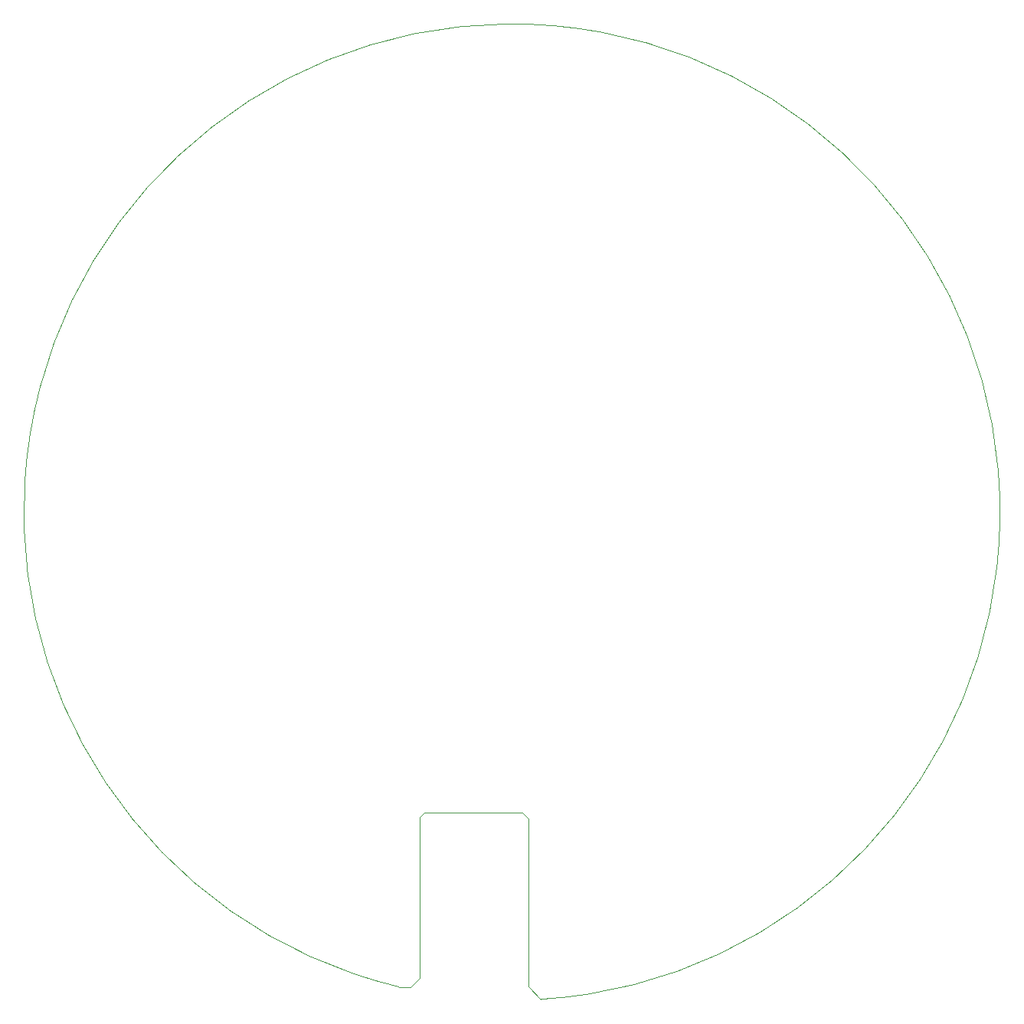
<source format=gko>
G04 Layer_Color=16711935*
%FSLAX42Y42*%
%MOMM*%
G71*
G01*
G75*
%ADD44C,0.08*%
D44*
X11824Y6117D02*
G03*
X10254Y6254I-320J5386D01*
G01*
X11824Y6117D02*
X11824D01*
X11684Y6257D02*
X11824Y6117D01*
X11684Y6257D02*
Y8115D01*
X11615Y8184D02*
X11684Y8115D01*
X10538Y8184D02*
X11615D01*
X10485Y8131D02*
X10538Y8184D01*
X10485Y6355D02*
Y8131D01*
X10384Y6254D02*
X10485Y6355D01*
X10254Y6254D02*
X10384D01*
M02*

</source>
